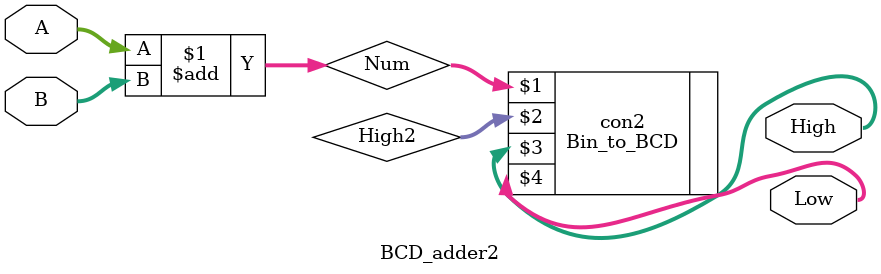
<source format=v>
module BCD_adder2(A,B,Low,High);
input [3:0]A,B;
output wire[3:0]High,Low;
wire [3:0]High2;
wire [7:0]Num;
assign Num = A+B;
Bin_to_BCD con2(Num,High2,High,Low);
endmodule
</source>
